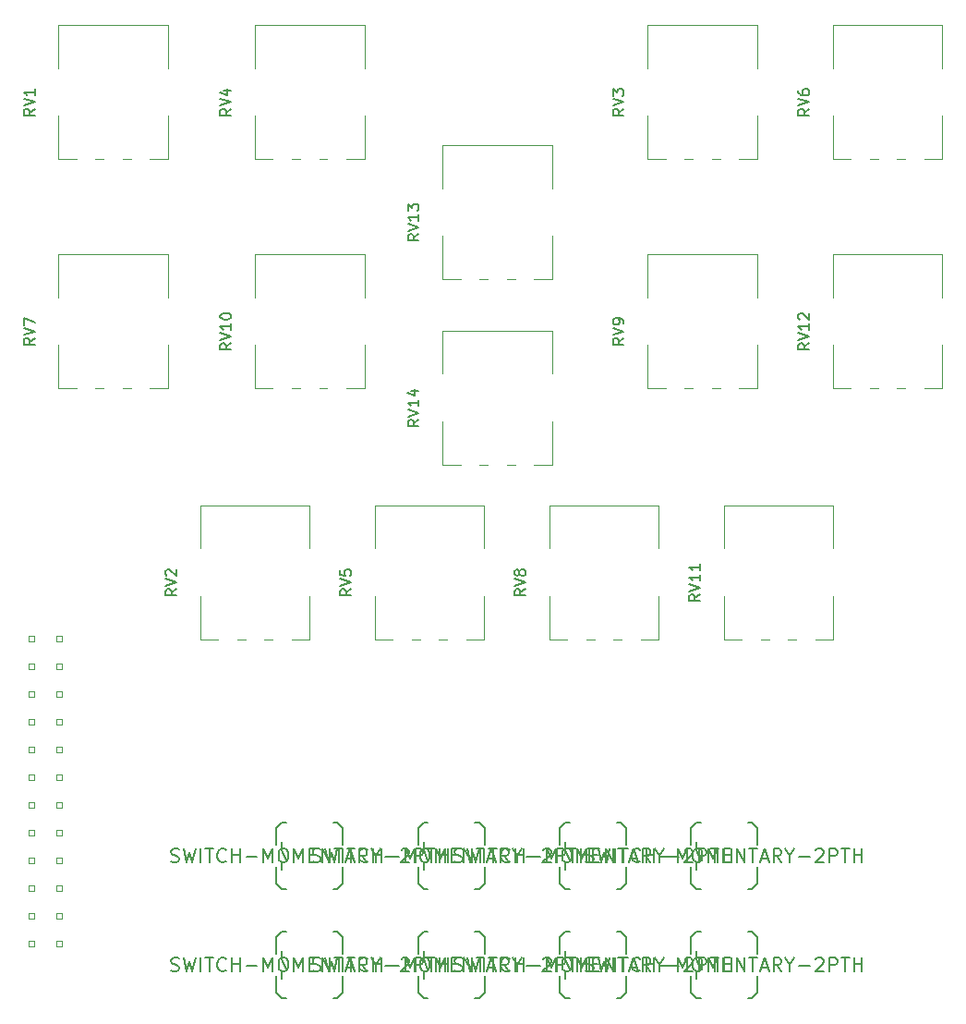
<source format=gbr>
G04 #@! TF.GenerationSoftware,KiCad,Pcbnew,5.0.2-bee76a0~70~ubuntu18.04.1*
G04 #@! TF.CreationDate,2019-12-02T21:24:14-05:00*
G04 #@! TF.ProjectId,control,636f6e74-726f-46c2-9e6b-696361645f70,rev?*
G04 #@! TF.SameCoordinates,Original*
G04 #@! TF.FileFunction,Legend,Top*
G04 #@! TF.FilePolarity,Positive*
%FSLAX46Y46*%
G04 Gerber Fmt 4.6, Leading zero omitted, Abs format (unit mm)*
G04 Created by KiCad (PCBNEW 5.0.2-bee76a0~70~ubuntu18.04.1) date Mon 02 Dec 2019 09:24:14 PM EST*
%MOMM*%
%LPD*%
G01*
G04 APERTURE LIST*
%ADD10C,0.066040*%
%ADD11C,0.120000*%
%ADD12C,0.203200*%
%ADD13C,0.150000*%
G04 APERTURE END LIST*
D10*
G04 #@! TO.C,J1*
X8054000Y-87254000D02*
X8054000Y-86746000D01*
X8054000Y-86746000D02*
X7546000Y-86746000D01*
X7546000Y-87254000D02*
X7546000Y-86746000D01*
X8054000Y-87254000D02*
X7546000Y-87254000D01*
X5514000Y-87254000D02*
X5514000Y-86746000D01*
X5514000Y-86746000D02*
X5006000Y-86746000D01*
X5006000Y-87254000D02*
X5006000Y-86746000D01*
X5514000Y-87254000D02*
X5006000Y-87254000D01*
X5514000Y-84714000D02*
X5514000Y-84206000D01*
X5514000Y-84206000D02*
X5006000Y-84206000D01*
X5006000Y-84714000D02*
X5006000Y-84206000D01*
X5514000Y-84714000D02*
X5006000Y-84714000D01*
X8054000Y-84714000D02*
X8054000Y-84206000D01*
X8054000Y-84206000D02*
X7546000Y-84206000D01*
X7546000Y-84714000D02*
X7546000Y-84206000D01*
X8054000Y-84714000D02*
X7546000Y-84714000D01*
X5514000Y-82174000D02*
X5514000Y-81666000D01*
X5514000Y-81666000D02*
X5006000Y-81666000D01*
X5006000Y-82174000D02*
X5006000Y-81666000D01*
X5514000Y-82174000D02*
X5006000Y-82174000D01*
X8054000Y-82174000D02*
X8054000Y-81666000D01*
X8054000Y-81666000D02*
X7546000Y-81666000D01*
X7546000Y-82174000D02*
X7546000Y-81666000D01*
X8054000Y-82174000D02*
X7546000Y-82174000D01*
X8054000Y-79634000D02*
X8054000Y-79126000D01*
X8054000Y-79126000D02*
X7546000Y-79126000D01*
X7546000Y-79634000D02*
X7546000Y-79126000D01*
X8054000Y-79634000D02*
X7546000Y-79634000D01*
X5514000Y-79634000D02*
X5514000Y-79126000D01*
X5514000Y-79126000D02*
X5006000Y-79126000D01*
X5006000Y-79634000D02*
X5006000Y-79126000D01*
X5514000Y-79634000D02*
X5006000Y-79634000D01*
X5514000Y-77094000D02*
X5514000Y-76586000D01*
X5514000Y-76586000D02*
X5006000Y-76586000D01*
X5006000Y-77094000D02*
X5006000Y-76586000D01*
X5514000Y-77094000D02*
X5006000Y-77094000D01*
X8054000Y-77094000D02*
X8054000Y-76586000D01*
X8054000Y-76586000D02*
X7546000Y-76586000D01*
X7546000Y-77094000D02*
X7546000Y-76586000D01*
X8054000Y-77094000D02*
X7546000Y-77094000D01*
X5514000Y-74554000D02*
X5514000Y-74046000D01*
X5514000Y-74046000D02*
X5006000Y-74046000D01*
X5006000Y-74554000D02*
X5006000Y-74046000D01*
X5514000Y-74554000D02*
X5006000Y-74554000D01*
X8054000Y-74554000D02*
X8054000Y-74046000D01*
X8054000Y-74046000D02*
X7546000Y-74046000D01*
X7546000Y-74554000D02*
X7546000Y-74046000D01*
X8054000Y-74554000D02*
X7546000Y-74554000D01*
X8054000Y-72014000D02*
X8054000Y-71506000D01*
X8054000Y-71506000D02*
X7546000Y-71506000D01*
X7546000Y-72014000D02*
X7546000Y-71506000D01*
X8054000Y-72014000D02*
X7546000Y-72014000D01*
X5514000Y-72014000D02*
X5514000Y-71506000D01*
X5514000Y-71506000D02*
X5006000Y-71506000D01*
X5006000Y-72014000D02*
X5006000Y-71506000D01*
X5514000Y-72014000D02*
X5006000Y-72014000D01*
X5514000Y-69474000D02*
X5514000Y-68966000D01*
X5514000Y-68966000D02*
X5006000Y-68966000D01*
X5006000Y-69474000D02*
X5006000Y-68966000D01*
X5514000Y-69474000D02*
X5006000Y-69474000D01*
X8054000Y-69474000D02*
X8054000Y-68966000D01*
X8054000Y-68966000D02*
X7546000Y-68966000D01*
X7546000Y-69474000D02*
X7546000Y-68966000D01*
X8054000Y-69474000D02*
X7546000Y-69474000D01*
X5514000Y-66934000D02*
X5514000Y-66426000D01*
X5514000Y-66426000D02*
X5006000Y-66426000D01*
X5006000Y-66934000D02*
X5006000Y-66426000D01*
X5514000Y-66934000D02*
X5006000Y-66934000D01*
X8054000Y-66934000D02*
X8054000Y-66426000D01*
X8054000Y-66426000D02*
X7546000Y-66426000D01*
X7546000Y-66934000D02*
X7546000Y-66426000D01*
X8054000Y-66934000D02*
X7546000Y-66934000D01*
X8054000Y-64394000D02*
X8054000Y-63886000D01*
X8054000Y-63886000D02*
X7546000Y-63886000D01*
X7546000Y-64394000D02*
X7546000Y-63886000D01*
X8054000Y-64394000D02*
X7546000Y-64394000D01*
X5514000Y-64394000D02*
X5514000Y-63886000D01*
X5514000Y-63886000D02*
X5006000Y-63886000D01*
X5006000Y-64394000D02*
X5006000Y-63886000D01*
X5514000Y-64394000D02*
X5006000Y-64394000D01*
X5514000Y-61854000D02*
X5514000Y-61346000D01*
X5514000Y-61346000D02*
X5006000Y-61346000D01*
X5006000Y-61854000D02*
X5006000Y-61346000D01*
X5514000Y-61854000D02*
X5006000Y-61854000D01*
X8054000Y-61854000D02*
X8054000Y-61346000D01*
X8054000Y-61346000D02*
X7546000Y-61346000D01*
X7546000Y-61854000D02*
X7546000Y-61346000D01*
X8054000Y-61854000D02*
X7546000Y-61854000D01*
X5514000Y-59314000D02*
X5514000Y-58806000D01*
X5514000Y-58806000D02*
X5006000Y-58806000D01*
X5006000Y-59314000D02*
X5006000Y-58806000D01*
X5514000Y-59314000D02*
X5006000Y-59314000D01*
X8054000Y-59314000D02*
X8054000Y-58806000D01*
X8054000Y-58806000D02*
X7546000Y-58806000D01*
X7546000Y-59314000D02*
X7546000Y-58806000D01*
X8054000Y-59314000D02*
X7546000Y-59314000D01*
D11*
G04 #@! TO.C,RV1*
X7779000Y-15120000D02*
X7779000Y-11183000D01*
X7779000Y-6816000D02*
X7779000Y-2880000D01*
X17820000Y-15120000D02*
X17820000Y-11183000D01*
X17820000Y-6816000D02*
X17820000Y-2880000D01*
X7779000Y-15120000D02*
X9429000Y-15120000D01*
X11171000Y-15120000D02*
X11930000Y-15120000D01*
X13671000Y-15120000D02*
X14430000Y-15120000D01*
X16170000Y-15120000D02*
X17820000Y-15120000D01*
X7779000Y-2880000D02*
X17820000Y-2880000D01*
G04 #@! TO.C,RV2*
X20779000Y-59120000D02*
X20779000Y-55183000D01*
X20779000Y-50816000D02*
X20779000Y-46880000D01*
X30820000Y-59120000D02*
X30820000Y-55183000D01*
X30820000Y-50816000D02*
X30820000Y-46880000D01*
X20779000Y-59120000D02*
X22429000Y-59120000D01*
X24171000Y-59120000D02*
X24930000Y-59120000D01*
X26671000Y-59120000D02*
X27430000Y-59120000D01*
X29170000Y-59120000D02*
X30820000Y-59120000D01*
X20779000Y-46880000D02*
X30820000Y-46880000D01*
G04 #@! TO.C,RV3*
X61779000Y-15120000D02*
X61779000Y-11183000D01*
X61779000Y-6816000D02*
X61779000Y-2880000D01*
X71820000Y-15120000D02*
X71820000Y-11183000D01*
X71820000Y-6816000D02*
X71820000Y-2880000D01*
X61779000Y-15120000D02*
X63429000Y-15120000D01*
X65171000Y-15120000D02*
X65930000Y-15120000D01*
X67671000Y-15120000D02*
X68430000Y-15120000D01*
X70170000Y-15120000D02*
X71820000Y-15120000D01*
X61779000Y-2880000D02*
X71820000Y-2880000D01*
G04 #@! TO.C,RV4*
X25779000Y-2880000D02*
X35820000Y-2880000D01*
X34170000Y-15120000D02*
X35820000Y-15120000D01*
X31671000Y-15120000D02*
X32430000Y-15120000D01*
X29171000Y-15120000D02*
X29930000Y-15120000D01*
X25779000Y-15120000D02*
X27429000Y-15120000D01*
X35820000Y-6816000D02*
X35820000Y-2880000D01*
X35820000Y-15120000D02*
X35820000Y-11183000D01*
X25779000Y-6816000D02*
X25779000Y-2880000D01*
X25779000Y-15120000D02*
X25779000Y-11183000D01*
G04 #@! TO.C,RV5*
X36779000Y-59120000D02*
X36779000Y-55183000D01*
X36779000Y-50816000D02*
X36779000Y-46880000D01*
X46820000Y-59120000D02*
X46820000Y-55183000D01*
X46820000Y-50816000D02*
X46820000Y-46880000D01*
X36779000Y-59120000D02*
X38429000Y-59120000D01*
X40171000Y-59120000D02*
X40930000Y-59120000D01*
X42671000Y-59120000D02*
X43430000Y-59120000D01*
X45170000Y-59120000D02*
X46820000Y-59120000D01*
X36779000Y-46880000D02*
X46820000Y-46880000D01*
G04 #@! TO.C,RV6*
X78779000Y-15120000D02*
X78779000Y-11183000D01*
X78779000Y-6816000D02*
X78779000Y-2880000D01*
X88820000Y-15120000D02*
X88820000Y-11183000D01*
X88820000Y-6816000D02*
X88820000Y-2880000D01*
X78779000Y-15120000D02*
X80429000Y-15120000D01*
X82171000Y-15120000D02*
X82930000Y-15120000D01*
X84671000Y-15120000D02*
X85430000Y-15120000D01*
X87170000Y-15120000D02*
X88820000Y-15120000D01*
X78779000Y-2880000D02*
X88820000Y-2880000D01*
G04 #@! TO.C,RV7*
X7779000Y-23880000D02*
X17820000Y-23880000D01*
X16170000Y-36120000D02*
X17820000Y-36120000D01*
X13671000Y-36120000D02*
X14430000Y-36120000D01*
X11171000Y-36120000D02*
X11930000Y-36120000D01*
X7779000Y-36120000D02*
X9429000Y-36120000D01*
X17820000Y-27816000D02*
X17820000Y-23880000D01*
X17820000Y-36120000D02*
X17820000Y-32183000D01*
X7779000Y-27816000D02*
X7779000Y-23880000D01*
X7779000Y-36120000D02*
X7779000Y-32183000D01*
G04 #@! TO.C,RV8*
X52779000Y-46880000D02*
X62820000Y-46880000D01*
X61170000Y-59120000D02*
X62820000Y-59120000D01*
X58671000Y-59120000D02*
X59430000Y-59120000D01*
X56171000Y-59120000D02*
X56930000Y-59120000D01*
X52779000Y-59120000D02*
X54429000Y-59120000D01*
X62820000Y-50816000D02*
X62820000Y-46880000D01*
X62820000Y-59120000D02*
X62820000Y-55183000D01*
X52779000Y-50816000D02*
X52779000Y-46880000D01*
X52779000Y-59120000D02*
X52779000Y-55183000D01*
G04 #@! TO.C,RV9*
X61779000Y-36120000D02*
X61779000Y-32183000D01*
X61779000Y-27816000D02*
X61779000Y-23880000D01*
X71820000Y-36120000D02*
X71820000Y-32183000D01*
X71820000Y-27816000D02*
X71820000Y-23880000D01*
X61779000Y-36120000D02*
X63429000Y-36120000D01*
X65171000Y-36120000D02*
X65930000Y-36120000D01*
X67671000Y-36120000D02*
X68430000Y-36120000D01*
X70170000Y-36120000D02*
X71820000Y-36120000D01*
X61779000Y-23880000D02*
X71820000Y-23880000D01*
G04 #@! TO.C,RV10*
X25779000Y-23880000D02*
X35820000Y-23880000D01*
X34170000Y-36120000D02*
X35820000Y-36120000D01*
X31671000Y-36120000D02*
X32430000Y-36120000D01*
X29171000Y-36120000D02*
X29930000Y-36120000D01*
X25779000Y-36120000D02*
X27429000Y-36120000D01*
X35820000Y-27816000D02*
X35820000Y-23880000D01*
X35820000Y-36120000D02*
X35820000Y-32183000D01*
X25779000Y-27816000D02*
X25779000Y-23880000D01*
X25779000Y-36120000D02*
X25779000Y-32183000D01*
G04 #@! TO.C,RV11*
X68779000Y-46880000D02*
X78820000Y-46880000D01*
X77170000Y-59120000D02*
X78820000Y-59120000D01*
X74671000Y-59120000D02*
X75430000Y-59120000D01*
X72171000Y-59120000D02*
X72930000Y-59120000D01*
X68779000Y-59120000D02*
X70429000Y-59120000D01*
X78820000Y-50816000D02*
X78820000Y-46880000D01*
X78820000Y-59120000D02*
X78820000Y-55183000D01*
X68779000Y-50816000D02*
X68779000Y-46880000D01*
X68779000Y-59120000D02*
X68779000Y-55183000D01*
G04 #@! TO.C,RV12*
X78779000Y-23880000D02*
X88820000Y-23880000D01*
X87170000Y-36120000D02*
X88820000Y-36120000D01*
X84671000Y-36120000D02*
X85430000Y-36120000D01*
X82171000Y-36120000D02*
X82930000Y-36120000D01*
X78779000Y-36120000D02*
X80429000Y-36120000D01*
X88820000Y-27816000D02*
X88820000Y-23880000D01*
X88820000Y-36120000D02*
X88820000Y-32183000D01*
X78779000Y-27816000D02*
X78779000Y-23880000D01*
X78779000Y-36120000D02*
X78779000Y-32183000D01*
D12*
G04 #@! TO.C,S1*
X28260000Y-78492000D02*
X28641000Y-79381000D01*
X28260000Y-79508000D02*
X28260000Y-80270000D01*
X28260000Y-77730000D02*
X28260000Y-78492000D01*
X33340000Y-75952000D02*
X32959000Y-75952000D01*
X28260000Y-75952000D02*
X28641000Y-75952000D01*
X28260000Y-82048000D02*
X28641000Y-82048000D01*
X33340000Y-82048000D02*
X32959000Y-82048000D01*
X27752000Y-81540000D02*
X27752000Y-80016000D01*
X28260000Y-82048000D02*
X27752000Y-81540000D01*
X27752000Y-76460000D02*
X27752000Y-77984000D01*
X28260000Y-75952000D02*
X27752000Y-76460000D01*
X33848000Y-81540000D02*
X33848000Y-80016000D01*
X33340000Y-82048000D02*
X33848000Y-81540000D01*
X33848000Y-76460000D02*
X33340000Y-75952000D01*
X33848000Y-77984000D02*
X33848000Y-76460000D01*
G04 #@! TO.C,S2*
X33848000Y-87984000D02*
X33848000Y-86460000D01*
X33848000Y-86460000D02*
X33340000Y-85952000D01*
X33340000Y-92048000D02*
X33848000Y-91540000D01*
X33848000Y-91540000D02*
X33848000Y-90016000D01*
X28260000Y-85952000D02*
X27752000Y-86460000D01*
X27752000Y-86460000D02*
X27752000Y-87984000D01*
X28260000Y-92048000D02*
X27752000Y-91540000D01*
X27752000Y-91540000D02*
X27752000Y-90016000D01*
X33340000Y-92048000D02*
X32959000Y-92048000D01*
X28260000Y-92048000D02*
X28641000Y-92048000D01*
X28260000Y-85952000D02*
X28641000Y-85952000D01*
X33340000Y-85952000D02*
X32959000Y-85952000D01*
X28260000Y-87730000D02*
X28260000Y-88492000D01*
X28260000Y-89508000D02*
X28260000Y-90270000D01*
X28260000Y-88492000D02*
X28641000Y-89381000D01*
G04 #@! TO.C,S3*
X46848000Y-77984000D02*
X46848000Y-76460000D01*
X46848000Y-76460000D02*
X46340000Y-75952000D01*
X46340000Y-82048000D02*
X46848000Y-81540000D01*
X46848000Y-81540000D02*
X46848000Y-80016000D01*
X41260000Y-75952000D02*
X40752000Y-76460000D01*
X40752000Y-76460000D02*
X40752000Y-77984000D01*
X41260000Y-82048000D02*
X40752000Y-81540000D01*
X40752000Y-81540000D02*
X40752000Y-80016000D01*
X46340000Y-82048000D02*
X45959000Y-82048000D01*
X41260000Y-82048000D02*
X41641000Y-82048000D01*
X41260000Y-75952000D02*
X41641000Y-75952000D01*
X46340000Y-75952000D02*
X45959000Y-75952000D01*
X41260000Y-77730000D02*
X41260000Y-78492000D01*
X41260000Y-79508000D02*
X41260000Y-80270000D01*
X41260000Y-78492000D02*
X41641000Y-79381000D01*
G04 #@! TO.C,S4*
X41260000Y-88492000D02*
X41641000Y-89381000D01*
X41260000Y-89508000D02*
X41260000Y-90270000D01*
X41260000Y-87730000D02*
X41260000Y-88492000D01*
X46340000Y-85952000D02*
X45959000Y-85952000D01*
X41260000Y-85952000D02*
X41641000Y-85952000D01*
X41260000Y-92048000D02*
X41641000Y-92048000D01*
X46340000Y-92048000D02*
X45959000Y-92048000D01*
X40752000Y-91540000D02*
X40752000Y-90016000D01*
X41260000Y-92048000D02*
X40752000Y-91540000D01*
X40752000Y-86460000D02*
X40752000Y-87984000D01*
X41260000Y-85952000D02*
X40752000Y-86460000D01*
X46848000Y-91540000D02*
X46848000Y-90016000D01*
X46340000Y-92048000D02*
X46848000Y-91540000D01*
X46848000Y-86460000D02*
X46340000Y-85952000D01*
X46848000Y-87984000D02*
X46848000Y-86460000D01*
G04 #@! TO.C,S5*
X54260000Y-78492000D02*
X54641000Y-79381000D01*
X54260000Y-79508000D02*
X54260000Y-80270000D01*
X54260000Y-77730000D02*
X54260000Y-78492000D01*
X59340000Y-75952000D02*
X58959000Y-75952000D01*
X54260000Y-75952000D02*
X54641000Y-75952000D01*
X54260000Y-82048000D02*
X54641000Y-82048000D01*
X59340000Y-82048000D02*
X58959000Y-82048000D01*
X53752000Y-81540000D02*
X53752000Y-80016000D01*
X54260000Y-82048000D02*
X53752000Y-81540000D01*
X53752000Y-76460000D02*
X53752000Y-77984000D01*
X54260000Y-75952000D02*
X53752000Y-76460000D01*
X59848000Y-81540000D02*
X59848000Y-80016000D01*
X59340000Y-82048000D02*
X59848000Y-81540000D01*
X59848000Y-76460000D02*
X59340000Y-75952000D01*
X59848000Y-77984000D02*
X59848000Y-76460000D01*
G04 #@! TO.C,S6*
X59848000Y-87984000D02*
X59848000Y-86460000D01*
X59848000Y-86460000D02*
X59340000Y-85952000D01*
X59340000Y-92048000D02*
X59848000Y-91540000D01*
X59848000Y-91540000D02*
X59848000Y-90016000D01*
X54260000Y-85952000D02*
X53752000Y-86460000D01*
X53752000Y-86460000D02*
X53752000Y-87984000D01*
X54260000Y-92048000D02*
X53752000Y-91540000D01*
X53752000Y-91540000D02*
X53752000Y-90016000D01*
X59340000Y-92048000D02*
X58959000Y-92048000D01*
X54260000Y-92048000D02*
X54641000Y-92048000D01*
X54260000Y-85952000D02*
X54641000Y-85952000D01*
X59340000Y-85952000D02*
X58959000Y-85952000D01*
X54260000Y-87730000D02*
X54260000Y-88492000D01*
X54260000Y-89508000D02*
X54260000Y-90270000D01*
X54260000Y-88492000D02*
X54641000Y-89381000D01*
G04 #@! TO.C,S7*
X71848000Y-77984000D02*
X71848000Y-76460000D01*
X71848000Y-76460000D02*
X71340000Y-75952000D01*
X71340000Y-82048000D02*
X71848000Y-81540000D01*
X71848000Y-81540000D02*
X71848000Y-80016000D01*
X66260000Y-75952000D02*
X65752000Y-76460000D01*
X65752000Y-76460000D02*
X65752000Y-77984000D01*
X66260000Y-82048000D02*
X65752000Y-81540000D01*
X65752000Y-81540000D02*
X65752000Y-80016000D01*
X71340000Y-82048000D02*
X70959000Y-82048000D01*
X66260000Y-82048000D02*
X66641000Y-82048000D01*
X66260000Y-75952000D02*
X66641000Y-75952000D01*
X71340000Y-75952000D02*
X70959000Y-75952000D01*
X66260000Y-77730000D02*
X66260000Y-78492000D01*
X66260000Y-79508000D02*
X66260000Y-80270000D01*
X66260000Y-78492000D02*
X66641000Y-79381000D01*
G04 #@! TO.C,S8*
X66260000Y-88492000D02*
X66641000Y-89381000D01*
X66260000Y-89508000D02*
X66260000Y-90270000D01*
X66260000Y-87730000D02*
X66260000Y-88492000D01*
X71340000Y-85952000D02*
X70959000Y-85952000D01*
X66260000Y-85952000D02*
X66641000Y-85952000D01*
X66260000Y-92048000D02*
X66641000Y-92048000D01*
X71340000Y-92048000D02*
X70959000Y-92048000D01*
X65752000Y-91540000D02*
X65752000Y-90016000D01*
X66260000Y-92048000D02*
X65752000Y-91540000D01*
X65752000Y-86460000D02*
X65752000Y-87984000D01*
X66260000Y-85952000D02*
X65752000Y-86460000D01*
X71848000Y-91540000D02*
X71848000Y-90016000D01*
X71340000Y-92048000D02*
X71848000Y-91540000D01*
X71848000Y-86460000D02*
X71340000Y-85952000D01*
X71848000Y-87984000D02*
X71848000Y-86460000D01*
D11*
G04 #@! TO.C,RV13*
X42979000Y-26120000D02*
X42979000Y-22183000D01*
X42979000Y-17816000D02*
X42979000Y-13880000D01*
X53020000Y-26120000D02*
X53020000Y-22183000D01*
X53020000Y-17816000D02*
X53020000Y-13880000D01*
X42979000Y-26120000D02*
X44629000Y-26120000D01*
X46371000Y-26120000D02*
X47130000Y-26120000D01*
X48871000Y-26120000D02*
X49630000Y-26120000D01*
X51370000Y-26120000D02*
X53020000Y-26120000D01*
X42979000Y-13880000D02*
X53020000Y-13880000D01*
G04 #@! TO.C,RV14*
X42979000Y-30880000D02*
X53020000Y-30880000D01*
X51370000Y-43120000D02*
X53020000Y-43120000D01*
X48871000Y-43120000D02*
X49630000Y-43120000D01*
X46371000Y-43120000D02*
X47130000Y-43120000D01*
X42979000Y-43120000D02*
X44629000Y-43120000D01*
X53020000Y-34816000D02*
X53020000Y-30880000D01*
X53020000Y-43120000D02*
X53020000Y-39183000D01*
X42979000Y-34816000D02*
X42979000Y-30880000D01*
X42979000Y-43120000D02*
X42979000Y-39183000D01*
G04 #@! TO.C,RV1*
D13*
X5602380Y-10545238D02*
X5126190Y-10878571D01*
X5602380Y-11116666D02*
X4602380Y-11116666D01*
X4602380Y-10735714D01*
X4650000Y-10640476D01*
X4697619Y-10592857D01*
X4792857Y-10545238D01*
X4935714Y-10545238D01*
X5030952Y-10592857D01*
X5078571Y-10640476D01*
X5126190Y-10735714D01*
X5126190Y-11116666D01*
X4602380Y-10259523D02*
X5602380Y-9926190D01*
X4602380Y-9592857D01*
X5602380Y-8735714D02*
X5602380Y-9307142D01*
X5602380Y-9021428D02*
X4602380Y-9021428D01*
X4745238Y-9116666D01*
X4840476Y-9211904D01*
X4888095Y-9307142D01*
G04 #@! TO.C,RV2*
X18602380Y-54545238D02*
X18126190Y-54878571D01*
X18602380Y-55116666D02*
X17602380Y-55116666D01*
X17602380Y-54735714D01*
X17650000Y-54640476D01*
X17697619Y-54592857D01*
X17792857Y-54545238D01*
X17935714Y-54545238D01*
X18030952Y-54592857D01*
X18078571Y-54640476D01*
X18126190Y-54735714D01*
X18126190Y-55116666D01*
X17602380Y-54259523D02*
X18602380Y-53926190D01*
X17602380Y-53592857D01*
X17697619Y-53307142D02*
X17650000Y-53259523D01*
X17602380Y-53164285D01*
X17602380Y-52926190D01*
X17650000Y-52830952D01*
X17697619Y-52783333D01*
X17792857Y-52735714D01*
X17888095Y-52735714D01*
X18030952Y-52783333D01*
X18602380Y-53354761D01*
X18602380Y-52735714D01*
G04 #@! TO.C,RV3*
X59602380Y-10545238D02*
X59126190Y-10878571D01*
X59602380Y-11116666D02*
X58602380Y-11116666D01*
X58602380Y-10735714D01*
X58650000Y-10640476D01*
X58697619Y-10592857D01*
X58792857Y-10545238D01*
X58935714Y-10545238D01*
X59030952Y-10592857D01*
X59078571Y-10640476D01*
X59126190Y-10735714D01*
X59126190Y-11116666D01*
X58602380Y-10259523D02*
X59602380Y-9926190D01*
X58602380Y-9592857D01*
X58602380Y-9354761D02*
X58602380Y-8735714D01*
X58983333Y-9069047D01*
X58983333Y-8926190D01*
X59030952Y-8830952D01*
X59078571Y-8783333D01*
X59173809Y-8735714D01*
X59411904Y-8735714D01*
X59507142Y-8783333D01*
X59554761Y-8830952D01*
X59602380Y-8926190D01*
X59602380Y-9211904D01*
X59554761Y-9307142D01*
X59507142Y-9354761D01*
G04 #@! TO.C,RV4*
X23602380Y-10545238D02*
X23126190Y-10878571D01*
X23602380Y-11116666D02*
X22602380Y-11116666D01*
X22602380Y-10735714D01*
X22650000Y-10640476D01*
X22697619Y-10592857D01*
X22792857Y-10545238D01*
X22935714Y-10545238D01*
X23030952Y-10592857D01*
X23078571Y-10640476D01*
X23126190Y-10735714D01*
X23126190Y-11116666D01*
X22602380Y-10259523D02*
X23602380Y-9926190D01*
X22602380Y-9592857D01*
X22935714Y-8830952D02*
X23602380Y-8830952D01*
X22554761Y-9069047D02*
X23269047Y-9307142D01*
X23269047Y-8688095D01*
G04 #@! TO.C,RV5*
X34602380Y-54545238D02*
X34126190Y-54878571D01*
X34602380Y-55116666D02*
X33602380Y-55116666D01*
X33602380Y-54735714D01*
X33650000Y-54640476D01*
X33697619Y-54592857D01*
X33792857Y-54545238D01*
X33935714Y-54545238D01*
X34030952Y-54592857D01*
X34078571Y-54640476D01*
X34126190Y-54735714D01*
X34126190Y-55116666D01*
X33602380Y-54259523D02*
X34602380Y-53926190D01*
X33602380Y-53592857D01*
X33602380Y-52783333D02*
X33602380Y-53259523D01*
X34078571Y-53307142D01*
X34030952Y-53259523D01*
X33983333Y-53164285D01*
X33983333Y-52926190D01*
X34030952Y-52830952D01*
X34078571Y-52783333D01*
X34173809Y-52735714D01*
X34411904Y-52735714D01*
X34507142Y-52783333D01*
X34554761Y-52830952D01*
X34602380Y-52926190D01*
X34602380Y-53164285D01*
X34554761Y-53259523D01*
X34507142Y-53307142D01*
G04 #@! TO.C,RV6*
X76602380Y-10545238D02*
X76126190Y-10878571D01*
X76602380Y-11116666D02*
X75602380Y-11116666D01*
X75602380Y-10735714D01*
X75650000Y-10640476D01*
X75697619Y-10592857D01*
X75792857Y-10545238D01*
X75935714Y-10545238D01*
X76030952Y-10592857D01*
X76078571Y-10640476D01*
X76126190Y-10735714D01*
X76126190Y-11116666D01*
X75602380Y-10259523D02*
X76602380Y-9926190D01*
X75602380Y-9592857D01*
X75602380Y-8830952D02*
X75602380Y-9021428D01*
X75650000Y-9116666D01*
X75697619Y-9164285D01*
X75840476Y-9259523D01*
X76030952Y-9307142D01*
X76411904Y-9307142D01*
X76507142Y-9259523D01*
X76554761Y-9211904D01*
X76602380Y-9116666D01*
X76602380Y-8926190D01*
X76554761Y-8830952D01*
X76507142Y-8783333D01*
X76411904Y-8735714D01*
X76173809Y-8735714D01*
X76078571Y-8783333D01*
X76030952Y-8830952D01*
X75983333Y-8926190D01*
X75983333Y-9116666D01*
X76030952Y-9211904D01*
X76078571Y-9259523D01*
X76173809Y-9307142D01*
G04 #@! TO.C,RV7*
X5602380Y-31545238D02*
X5126190Y-31878571D01*
X5602380Y-32116666D02*
X4602380Y-32116666D01*
X4602380Y-31735714D01*
X4650000Y-31640476D01*
X4697619Y-31592857D01*
X4792857Y-31545238D01*
X4935714Y-31545238D01*
X5030952Y-31592857D01*
X5078571Y-31640476D01*
X5126190Y-31735714D01*
X5126190Y-32116666D01*
X4602380Y-31259523D02*
X5602380Y-30926190D01*
X4602380Y-30592857D01*
X4602380Y-30354761D02*
X4602380Y-29688095D01*
X5602380Y-30116666D01*
G04 #@! TO.C,RV8*
X50602380Y-54545238D02*
X50126190Y-54878571D01*
X50602380Y-55116666D02*
X49602380Y-55116666D01*
X49602380Y-54735714D01*
X49650000Y-54640476D01*
X49697619Y-54592857D01*
X49792857Y-54545238D01*
X49935714Y-54545238D01*
X50030952Y-54592857D01*
X50078571Y-54640476D01*
X50126190Y-54735714D01*
X50126190Y-55116666D01*
X49602380Y-54259523D02*
X50602380Y-53926190D01*
X49602380Y-53592857D01*
X50030952Y-53116666D02*
X49983333Y-53211904D01*
X49935714Y-53259523D01*
X49840476Y-53307142D01*
X49792857Y-53307142D01*
X49697619Y-53259523D01*
X49650000Y-53211904D01*
X49602380Y-53116666D01*
X49602380Y-52926190D01*
X49650000Y-52830952D01*
X49697619Y-52783333D01*
X49792857Y-52735714D01*
X49840476Y-52735714D01*
X49935714Y-52783333D01*
X49983333Y-52830952D01*
X50030952Y-52926190D01*
X50030952Y-53116666D01*
X50078571Y-53211904D01*
X50126190Y-53259523D01*
X50221428Y-53307142D01*
X50411904Y-53307142D01*
X50507142Y-53259523D01*
X50554761Y-53211904D01*
X50602380Y-53116666D01*
X50602380Y-52926190D01*
X50554761Y-52830952D01*
X50507142Y-52783333D01*
X50411904Y-52735714D01*
X50221428Y-52735714D01*
X50126190Y-52783333D01*
X50078571Y-52830952D01*
X50030952Y-52926190D01*
G04 #@! TO.C,RV9*
X59602380Y-31545238D02*
X59126190Y-31878571D01*
X59602380Y-32116666D02*
X58602380Y-32116666D01*
X58602380Y-31735714D01*
X58650000Y-31640476D01*
X58697619Y-31592857D01*
X58792857Y-31545238D01*
X58935714Y-31545238D01*
X59030952Y-31592857D01*
X59078571Y-31640476D01*
X59126190Y-31735714D01*
X59126190Y-32116666D01*
X58602380Y-31259523D02*
X59602380Y-30926190D01*
X58602380Y-30592857D01*
X59602380Y-30211904D02*
X59602380Y-30021428D01*
X59554761Y-29926190D01*
X59507142Y-29878571D01*
X59364285Y-29783333D01*
X59173809Y-29735714D01*
X58792857Y-29735714D01*
X58697619Y-29783333D01*
X58650000Y-29830952D01*
X58602380Y-29926190D01*
X58602380Y-30116666D01*
X58650000Y-30211904D01*
X58697619Y-30259523D01*
X58792857Y-30307142D01*
X59030952Y-30307142D01*
X59126190Y-30259523D01*
X59173809Y-30211904D01*
X59221428Y-30116666D01*
X59221428Y-29926190D01*
X59173809Y-29830952D01*
X59126190Y-29783333D01*
X59030952Y-29735714D01*
G04 #@! TO.C,RV10*
X23602380Y-32021428D02*
X23126190Y-32354761D01*
X23602380Y-32592857D02*
X22602380Y-32592857D01*
X22602380Y-32211904D01*
X22650000Y-32116666D01*
X22697619Y-32069047D01*
X22792857Y-32021428D01*
X22935714Y-32021428D01*
X23030952Y-32069047D01*
X23078571Y-32116666D01*
X23126190Y-32211904D01*
X23126190Y-32592857D01*
X22602380Y-31735714D02*
X23602380Y-31402380D01*
X22602380Y-31069047D01*
X23602380Y-30211904D02*
X23602380Y-30783333D01*
X23602380Y-30497619D02*
X22602380Y-30497619D01*
X22745238Y-30592857D01*
X22840476Y-30688095D01*
X22888095Y-30783333D01*
X22602380Y-29592857D02*
X22602380Y-29497619D01*
X22650000Y-29402380D01*
X22697619Y-29354761D01*
X22792857Y-29307142D01*
X22983333Y-29259523D01*
X23221428Y-29259523D01*
X23411904Y-29307142D01*
X23507142Y-29354761D01*
X23554761Y-29402380D01*
X23602380Y-29497619D01*
X23602380Y-29592857D01*
X23554761Y-29688095D01*
X23507142Y-29735714D01*
X23411904Y-29783333D01*
X23221428Y-29830952D01*
X22983333Y-29830952D01*
X22792857Y-29783333D01*
X22697619Y-29735714D01*
X22650000Y-29688095D01*
X22602380Y-29592857D01*
G04 #@! TO.C,RV11*
X66602380Y-55021428D02*
X66126190Y-55354761D01*
X66602380Y-55592857D02*
X65602380Y-55592857D01*
X65602380Y-55211904D01*
X65650000Y-55116666D01*
X65697619Y-55069047D01*
X65792857Y-55021428D01*
X65935714Y-55021428D01*
X66030952Y-55069047D01*
X66078571Y-55116666D01*
X66126190Y-55211904D01*
X66126190Y-55592857D01*
X65602380Y-54735714D02*
X66602380Y-54402380D01*
X65602380Y-54069047D01*
X66602380Y-53211904D02*
X66602380Y-53783333D01*
X66602380Y-53497619D02*
X65602380Y-53497619D01*
X65745238Y-53592857D01*
X65840476Y-53688095D01*
X65888095Y-53783333D01*
X66602380Y-52259523D02*
X66602380Y-52830952D01*
X66602380Y-52545238D02*
X65602380Y-52545238D01*
X65745238Y-52640476D01*
X65840476Y-52735714D01*
X65888095Y-52830952D01*
G04 #@! TO.C,RV12*
X76602380Y-32021428D02*
X76126190Y-32354761D01*
X76602380Y-32592857D02*
X75602380Y-32592857D01*
X75602380Y-32211904D01*
X75650000Y-32116666D01*
X75697619Y-32069047D01*
X75792857Y-32021428D01*
X75935714Y-32021428D01*
X76030952Y-32069047D01*
X76078571Y-32116666D01*
X76126190Y-32211904D01*
X76126190Y-32592857D01*
X75602380Y-31735714D02*
X76602380Y-31402380D01*
X75602380Y-31069047D01*
X76602380Y-30211904D02*
X76602380Y-30783333D01*
X76602380Y-30497619D02*
X75602380Y-30497619D01*
X75745238Y-30592857D01*
X75840476Y-30688095D01*
X75888095Y-30783333D01*
X75697619Y-29830952D02*
X75650000Y-29783333D01*
X75602380Y-29688095D01*
X75602380Y-29450000D01*
X75650000Y-29354761D01*
X75697619Y-29307142D01*
X75792857Y-29259523D01*
X75888095Y-29259523D01*
X76030952Y-29307142D01*
X76602380Y-29878571D01*
X76602380Y-29259523D01*
G04 #@! TO.C,S1*
X18100000Y-79514047D02*
X18281428Y-79574523D01*
X18583809Y-79574523D01*
X18704761Y-79514047D01*
X18765238Y-79453571D01*
X18825714Y-79332619D01*
X18825714Y-79211666D01*
X18765238Y-79090714D01*
X18704761Y-79030238D01*
X18583809Y-78969761D01*
X18341904Y-78909285D01*
X18220952Y-78848809D01*
X18160476Y-78788333D01*
X18100000Y-78667380D01*
X18100000Y-78546428D01*
X18160476Y-78425476D01*
X18220952Y-78365000D01*
X18341904Y-78304523D01*
X18644285Y-78304523D01*
X18825714Y-78365000D01*
X19249047Y-78304523D02*
X19551428Y-79574523D01*
X19793333Y-78667380D01*
X20035238Y-79574523D01*
X20337619Y-78304523D01*
X20821428Y-79574523D02*
X20821428Y-78304523D01*
X21244761Y-78304523D02*
X21970476Y-78304523D01*
X21607619Y-79574523D02*
X21607619Y-78304523D01*
X23119523Y-79453571D02*
X23059047Y-79514047D01*
X22877619Y-79574523D01*
X22756666Y-79574523D01*
X22575238Y-79514047D01*
X22454285Y-79393095D01*
X22393809Y-79272142D01*
X22333333Y-79030238D01*
X22333333Y-78848809D01*
X22393809Y-78606904D01*
X22454285Y-78485952D01*
X22575238Y-78365000D01*
X22756666Y-78304523D01*
X22877619Y-78304523D01*
X23059047Y-78365000D01*
X23119523Y-78425476D01*
X23663809Y-79574523D02*
X23663809Y-78304523D01*
X23663809Y-78909285D02*
X24389523Y-78909285D01*
X24389523Y-79574523D02*
X24389523Y-78304523D01*
X24994285Y-79090714D02*
X25961904Y-79090714D01*
X26566666Y-79574523D02*
X26566666Y-78304523D01*
X26990000Y-79211666D01*
X27413333Y-78304523D01*
X27413333Y-79574523D01*
X28260000Y-78304523D02*
X28501904Y-78304523D01*
X28622857Y-78365000D01*
X28743809Y-78485952D01*
X28804285Y-78727857D01*
X28804285Y-79151190D01*
X28743809Y-79393095D01*
X28622857Y-79514047D01*
X28501904Y-79574523D01*
X28260000Y-79574523D01*
X28139047Y-79514047D01*
X28018095Y-79393095D01*
X27957619Y-79151190D01*
X27957619Y-78727857D01*
X28018095Y-78485952D01*
X28139047Y-78365000D01*
X28260000Y-78304523D01*
X29348571Y-79574523D02*
X29348571Y-78304523D01*
X29771904Y-79211666D01*
X30195238Y-78304523D01*
X30195238Y-79574523D01*
X30800000Y-78909285D02*
X31223333Y-78909285D01*
X31404761Y-79574523D02*
X30800000Y-79574523D01*
X30800000Y-78304523D01*
X31404761Y-78304523D01*
X31949047Y-79574523D02*
X31949047Y-78304523D01*
X32674761Y-79574523D01*
X32674761Y-78304523D01*
X33098095Y-78304523D02*
X33823809Y-78304523D01*
X33460952Y-79574523D02*
X33460952Y-78304523D01*
X34186666Y-79211666D02*
X34791428Y-79211666D01*
X34065714Y-79574523D02*
X34489047Y-78304523D01*
X34912380Y-79574523D01*
X36061428Y-79574523D02*
X35638095Y-78969761D01*
X35335714Y-79574523D02*
X35335714Y-78304523D01*
X35819523Y-78304523D01*
X35940476Y-78365000D01*
X36000952Y-78425476D01*
X36061428Y-78546428D01*
X36061428Y-78727857D01*
X36000952Y-78848809D01*
X35940476Y-78909285D01*
X35819523Y-78969761D01*
X35335714Y-78969761D01*
X36847619Y-78969761D02*
X36847619Y-79574523D01*
X36424285Y-78304523D02*
X36847619Y-78969761D01*
X37270952Y-78304523D01*
X37694285Y-79090714D02*
X38661904Y-79090714D01*
X39206190Y-78425476D02*
X39266666Y-78365000D01*
X39387619Y-78304523D01*
X39690000Y-78304523D01*
X39810952Y-78365000D01*
X39871428Y-78425476D01*
X39931904Y-78546428D01*
X39931904Y-78667380D01*
X39871428Y-78848809D01*
X39145714Y-79574523D01*
X39931904Y-79574523D01*
X40476190Y-79574523D02*
X40476190Y-78304523D01*
X40960000Y-78304523D01*
X41080952Y-78365000D01*
X41141428Y-78425476D01*
X41201904Y-78546428D01*
X41201904Y-78727857D01*
X41141428Y-78848809D01*
X41080952Y-78909285D01*
X40960000Y-78969761D01*
X40476190Y-78969761D01*
X41564761Y-78304523D02*
X42290476Y-78304523D01*
X41927619Y-79574523D02*
X41927619Y-78304523D01*
X42713809Y-79574523D02*
X42713809Y-78304523D01*
X42713809Y-78909285D02*
X43439523Y-78909285D01*
X43439523Y-79574523D02*
X43439523Y-78304523D01*
G04 #@! TO.C,S2*
X18100000Y-89514047D02*
X18281428Y-89574523D01*
X18583809Y-89574523D01*
X18704761Y-89514047D01*
X18765238Y-89453571D01*
X18825714Y-89332619D01*
X18825714Y-89211666D01*
X18765238Y-89090714D01*
X18704761Y-89030238D01*
X18583809Y-88969761D01*
X18341904Y-88909285D01*
X18220952Y-88848809D01*
X18160476Y-88788333D01*
X18100000Y-88667380D01*
X18100000Y-88546428D01*
X18160476Y-88425476D01*
X18220952Y-88365000D01*
X18341904Y-88304523D01*
X18644285Y-88304523D01*
X18825714Y-88365000D01*
X19249047Y-88304523D02*
X19551428Y-89574523D01*
X19793333Y-88667380D01*
X20035238Y-89574523D01*
X20337619Y-88304523D01*
X20821428Y-89574523D02*
X20821428Y-88304523D01*
X21244761Y-88304523D02*
X21970476Y-88304523D01*
X21607619Y-89574523D02*
X21607619Y-88304523D01*
X23119523Y-89453571D02*
X23059047Y-89514047D01*
X22877619Y-89574523D01*
X22756666Y-89574523D01*
X22575238Y-89514047D01*
X22454285Y-89393095D01*
X22393809Y-89272142D01*
X22333333Y-89030238D01*
X22333333Y-88848809D01*
X22393809Y-88606904D01*
X22454285Y-88485952D01*
X22575238Y-88365000D01*
X22756666Y-88304523D01*
X22877619Y-88304523D01*
X23059047Y-88365000D01*
X23119523Y-88425476D01*
X23663809Y-89574523D02*
X23663809Y-88304523D01*
X23663809Y-88909285D02*
X24389523Y-88909285D01*
X24389523Y-89574523D02*
X24389523Y-88304523D01*
X24994285Y-89090714D02*
X25961904Y-89090714D01*
X26566666Y-89574523D02*
X26566666Y-88304523D01*
X26990000Y-89211666D01*
X27413333Y-88304523D01*
X27413333Y-89574523D01*
X28260000Y-88304523D02*
X28501904Y-88304523D01*
X28622857Y-88365000D01*
X28743809Y-88485952D01*
X28804285Y-88727857D01*
X28804285Y-89151190D01*
X28743809Y-89393095D01*
X28622857Y-89514047D01*
X28501904Y-89574523D01*
X28260000Y-89574523D01*
X28139047Y-89514047D01*
X28018095Y-89393095D01*
X27957619Y-89151190D01*
X27957619Y-88727857D01*
X28018095Y-88485952D01*
X28139047Y-88365000D01*
X28260000Y-88304523D01*
X29348571Y-89574523D02*
X29348571Y-88304523D01*
X29771904Y-89211666D01*
X30195238Y-88304523D01*
X30195238Y-89574523D01*
X30800000Y-88909285D02*
X31223333Y-88909285D01*
X31404761Y-89574523D02*
X30800000Y-89574523D01*
X30800000Y-88304523D01*
X31404761Y-88304523D01*
X31949047Y-89574523D02*
X31949047Y-88304523D01*
X32674761Y-89574523D01*
X32674761Y-88304523D01*
X33098095Y-88304523D02*
X33823809Y-88304523D01*
X33460952Y-89574523D02*
X33460952Y-88304523D01*
X34186666Y-89211666D02*
X34791428Y-89211666D01*
X34065714Y-89574523D02*
X34489047Y-88304523D01*
X34912380Y-89574523D01*
X36061428Y-89574523D02*
X35638095Y-88969761D01*
X35335714Y-89574523D02*
X35335714Y-88304523D01*
X35819523Y-88304523D01*
X35940476Y-88365000D01*
X36000952Y-88425476D01*
X36061428Y-88546428D01*
X36061428Y-88727857D01*
X36000952Y-88848809D01*
X35940476Y-88909285D01*
X35819523Y-88969761D01*
X35335714Y-88969761D01*
X36847619Y-88969761D02*
X36847619Y-89574523D01*
X36424285Y-88304523D02*
X36847619Y-88969761D01*
X37270952Y-88304523D01*
X37694285Y-89090714D02*
X38661904Y-89090714D01*
X39206190Y-88425476D02*
X39266666Y-88365000D01*
X39387619Y-88304523D01*
X39690000Y-88304523D01*
X39810952Y-88365000D01*
X39871428Y-88425476D01*
X39931904Y-88546428D01*
X39931904Y-88667380D01*
X39871428Y-88848809D01*
X39145714Y-89574523D01*
X39931904Y-89574523D01*
X40476190Y-89574523D02*
X40476190Y-88304523D01*
X40960000Y-88304523D01*
X41080952Y-88365000D01*
X41141428Y-88425476D01*
X41201904Y-88546428D01*
X41201904Y-88727857D01*
X41141428Y-88848809D01*
X41080952Y-88909285D01*
X40960000Y-88969761D01*
X40476190Y-88969761D01*
X41564761Y-88304523D02*
X42290476Y-88304523D01*
X41927619Y-89574523D02*
X41927619Y-88304523D01*
X42713809Y-89574523D02*
X42713809Y-88304523D01*
X42713809Y-88909285D02*
X43439523Y-88909285D01*
X43439523Y-89574523D02*
X43439523Y-88304523D01*
G04 #@! TO.C,S3*
X31100000Y-79514047D02*
X31281428Y-79574523D01*
X31583809Y-79574523D01*
X31704761Y-79514047D01*
X31765238Y-79453571D01*
X31825714Y-79332619D01*
X31825714Y-79211666D01*
X31765238Y-79090714D01*
X31704761Y-79030238D01*
X31583809Y-78969761D01*
X31341904Y-78909285D01*
X31220952Y-78848809D01*
X31160476Y-78788333D01*
X31100000Y-78667380D01*
X31100000Y-78546428D01*
X31160476Y-78425476D01*
X31220952Y-78365000D01*
X31341904Y-78304523D01*
X31644285Y-78304523D01*
X31825714Y-78365000D01*
X32249047Y-78304523D02*
X32551428Y-79574523D01*
X32793333Y-78667380D01*
X33035238Y-79574523D01*
X33337619Y-78304523D01*
X33821428Y-79574523D02*
X33821428Y-78304523D01*
X34244761Y-78304523D02*
X34970476Y-78304523D01*
X34607619Y-79574523D02*
X34607619Y-78304523D01*
X36119523Y-79453571D02*
X36059047Y-79514047D01*
X35877619Y-79574523D01*
X35756666Y-79574523D01*
X35575238Y-79514047D01*
X35454285Y-79393095D01*
X35393809Y-79272142D01*
X35333333Y-79030238D01*
X35333333Y-78848809D01*
X35393809Y-78606904D01*
X35454285Y-78485952D01*
X35575238Y-78365000D01*
X35756666Y-78304523D01*
X35877619Y-78304523D01*
X36059047Y-78365000D01*
X36119523Y-78425476D01*
X36663809Y-79574523D02*
X36663809Y-78304523D01*
X36663809Y-78909285D02*
X37389523Y-78909285D01*
X37389523Y-79574523D02*
X37389523Y-78304523D01*
X37994285Y-79090714D02*
X38961904Y-79090714D01*
X39566666Y-79574523D02*
X39566666Y-78304523D01*
X39990000Y-79211666D01*
X40413333Y-78304523D01*
X40413333Y-79574523D01*
X41260000Y-78304523D02*
X41501904Y-78304523D01*
X41622857Y-78365000D01*
X41743809Y-78485952D01*
X41804285Y-78727857D01*
X41804285Y-79151190D01*
X41743809Y-79393095D01*
X41622857Y-79514047D01*
X41501904Y-79574523D01*
X41260000Y-79574523D01*
X41139047Y-79514047D01*
X41018095Y-79393095D01*
X40957619Y-79151190D01*
X40957619Y-78727857D01*
X41018095Y-78485952D01*
X41139047Y-78365000D01*
X41260000Y-78304523D01*
X42348571Y-79574523D02*
X42348571Y-78304523D01*
X42771904Y-79211666D01*
X43195238Y-78304523D01*
X43195238Y-79574523D01*
X43800000Y-78909285D02*
X44223333Y-78909285D01*
X44404761Y-79574523D02*
X43800000Y-79574523D01*
X43800000Y-78304523D01*
X44404761Y-78304523D01*
X44949047Y-79574523D02*
X44949047Y-78304523D01*
X45674761Y-79574523D01*
X45674761Y-78304523D01*
X46098095Y-78304523D02*
X46823809Y-78304523D01*
X46460952Y-79574523D02*
X46460952Y-78304523D01*
X47186666Y-79211666D02*
X47791428Y-79211666D01*
X47065714Y-79574523D02*
X47489047Y-78304523D01*
X47912380Y-79574523D01*
X49061428Y-79574523D02*
X48638095Y-78969761D01*
X48335714Y-79574523D02*
X48335714Y-78304523D01*
X48819523Y-78304523D01*
X48940476Y-78365000D01*
X49000952Y-78425476D01*
X49061428Y-78546428D01*
X49061428Y-78727857D01*
X49000952Y-78848809D01*
X48940476Y-78909285D01*
X48819523Y-78969761D01*
X48335714Y-78969761D01*
X49847619Y-78969761D02*
X49847619Y-79574523D01*
X49424285Y-78304523D02*
X49847619Y-78969761D01*
X50270952Y-78304523D01*
X50694285Y-79090714D02*
X51661904Y-79090714D01*
X52206190Y-78425476D02*
X52266666Y-78365000D01*
X52387619Y-78304523D01*
X52690000Y-78304523D01*
X52810952Y-78365000D01*
X52871428Y-78425476D01*
X52931904Y-78546428D01*
X52931904Y-78667380D01*
X52871428Y-78848809D01*
X52145714Y-79574523D01*
X52931904Y-79574523D01*
X53476190Y-79574523D02*
X53476190Y-78304523D01*
X53960000Y-78304523D01*
X54080952Y-78365000D01*
X54141428Y-78425476D01*
X54201904Y-78546428D01*
X54201904Y-78727857D01*
X54141428Y-78848809D01*
X54080952Y-78909285D01*
X53960000Y-78969761D01*
X53476190Y-78969761D01*
X54564761Y-78304523D02*
X55290476Y-78304523D01*
X54927619Y-79574523D02*
X54927619Y-78304523D01*
X55713809Y-79574523D02*
X55713809Y-78304523D01*
X55713809Y-78909285D02*
X56439523Y-78909285D01*
X56439523Y-79574523D02*
X56439523Y-78304523D01*
G04 #@! TO.C,S4*
X31100000Y-89514047D02*
X31281428Y-89574523D01*
X31583809Y-89574523D01*
X31704761Y-89514047D01*
X31765238Y-89453571D01*
X31825714Y-89332619D01*
X31825714Y-89211666D01*
X31765238Y-89090714D01*
X31704761Y-89030238D01*
X31583809Y-88969761D01*
X31341904Y-88909285D01*
X31220952Y-88848809D01*
X31160476Y-88788333D01*
X31100000Y-88667380D01*
X31100000Y-88546428D01*
X31160476Y-88425476D01*
X31220952Y-88365000D01*
X31341904Y-88304523D01*
X31644285Y-88304523D01*
X31825714Y-88365000D01*
X32249047Y-88304523D02*
X32551428Y-89574523D01*
X32793333Y-88667380D01*
X33035238Y-89574523D01*
X33337619Y-88304523D01*
X33821428Y-89574523D02*
X33821428Y-88304523D01*
X34244761Y-88304523D02*
X34970476Y-88304523D01*
X34607619Y-89574523D02*
X34607619Y-88304523D01*
X36119523Y-89453571D02*
X36059047Y-89514047D01*
X35877619Y-89574523D01*
X35756666Y-89574523D01*
X35575238Y-89514047D01*
X35454285Y-89393095D01*
X35393809Y-89272142D01*
X35333333Y-89030238D01*
X35333333Y-88848809D01*
X35393809Y-88606904D01*
X35454285Y-88485952D01*
X35575238Y-88365000D01*
X35756666Y-88304523D01*
X35877619Y-88304523D01*
X36059047Y-88365000D01*
X36119523Y-88425476D01*
X36663809Y-89574523D02*
X36663809Y-88304523D01*
X36663809Y-88909285D02*
X37389523Y-88909285D01*
X37389523Y-89574523D02*
X37389523Y-88304523D01*
X37994285Y-89090714D02*
X38961904Y-89090714D01*
X39566666Y-89574523D02*
X39566666Y-88304523D01*
X39990000Y-89211666D01*
X40413333Y-88304523D01*
X40413333Y-89574523D01*
X41260000Y-88304523D02*
X41501904Y-88304523D01*
X41622857Y-88365000D01*
X41743809Y-88485952D01*
X41804285Y-88727857D01*
X41804285Y-89151190D01*
X41743809Y-89393095D01*
X41622857Y-89514047D01*
X41501904Y-89574523D01*
X41260000Y-89574523D01*
X41139047Y-89514047D01*
X41018095Y-89393095D01*
X40957619Y-89151190D01*
X40957619Y-88727857D01*
X41018095Y-88485952D01*
X41139047Y-88365000D01*
X41260000Y-88304523D01*
X42348571Y-89574523D02*
X42348571Y-88304523D01*
X42771904Y-89211666D01*
X43195238Y-88304523D01*
X43195238Y-89574523D01*
X43800000Y-88909285D02*
X44223333Y-88909285D01*
X44404761Y-89574523D02*
X43800000Y-89574523D01*
X43800000Y-88304523D01*
X44404761Y-88304523D01*
X44949047Y-89574523D02*
X44949047Y-88304523D01*
X45674761Y-89574523D01*
X45674761Y-88304523D01*
X46098095Y-88304523D02*
X46823809Y-88304523D01*
X46460952Y-89574523D02*
X46460952Y-88304523D01*
X47186666Y-89211666D02*
X47791428Y-89211666D01*
X47065714Y-89574523D02*
X47489047Y-88304523D01*
X47912380Y-89574523D01*
X49061428Y-89574523D02*
X48638095Y-88969761D01*
X48335714Y-89574523D02*
X48335714Y-88304523D01*
X48819523Y-88304523D01*
X48940476Y-88365000D01*
X49000952Y-88425476D01*
X49061428Y-88546428D01*
X49061428Y-88727857D01*
X49000952Y-88848809D01*
X48940476Y-88909285D01*
X48819523Y-88969761D01*
X48335714Y-88969761D01*
X49847619Y-88969761D02*
X49847619Y-89574523D01*
X49424285Y-88304523D02*
X49847619Y-88969761D01*
X50270952Y-88304523D01*
X50694285Y-89090714D02*
X51661904Y-89090714D01*
X52206190Y-88425476D02*
X52266666Y-88365000D01*
X52387619Y-88304523D01*
X52690000Y-88304523D01*
X52810952Y-88365000D01*
X52871428Y-88425476D01*
X52931904Y-88546428D01*
X52931904Y-88667380D01*
X52871428Y-88848809D01*
X52145714Y-89574523D01*
X52931904Y-89574523D01*
X53476190Y-89574523D02*
X53476190Y-88304523D01*
X53960000Y-88304523D01*
X54080952Y-88365000D01*
X54141428Y-88425476D01*
X54201904Y-88546428D01*
X54201904Y-88727857D01*
X54141428Y-88848809D01*
X54080952Y-88909285D01*
X53960000Y-88969761D01*
X53476190Y-88969761D01*
X54564761Y-88304523D02*
X55290476Y-88304523D01*
X54927619Y-89574523D02*
X54927619Y-88304523D01*
X55713809Y-89574523D02*
X55713809Y-88304523D01*
X55713809Y-88909285D02*
X56439523Y-88909285D01*
X56439523Y-89574523D02*
X56439523Y-88304523D01*
G04 #@! TO.C,S5*
X44100000Y-79514047D02*
X44281428Y-79574523D01*
X44583809Y-79574523D01*
X44704761Y-79514047D01*
X44765238Y-79453571D01*
X44825714Y-79332619D01*
X44825714Y-79211666D01*
X44765238Y-79090714D01*
X44704761Y-79030238D01*
X44583809Y-78969761D01*
X44341904Y-78909285D01*
X44220952Y-78848809D01*
X44160476Y-78788333D01*
X44100000Y-78667380D01*
X44100000Y-78546428D01*
X44160476Y-78425476D01*
X44220952Y-78365000D01*
X44341904Y-78304523D01*
X44644285Y-78304523D01*
X44825714Y-78365000D01*
X45249047Y-78304523D02*
X45551428Y-79574523D01*
X45793333Y-78667380D01*
X46035238Y-79574523D01*
X46337619Y-78304523D01*
X46821428Y-79574523D02*
X46821428Y-78304523D01*
X47244761Y-78304523D02*
X47970476Y-78304523D01*
X47607619Y-79574523D02*
X47607619Y-78304523D01*
X49119523Y-79453571D02*
X49059047Y-79514047D01*
X48877619Y-79574523D01*
X48756666Y-79574523D01*
X48575238Y-79514047D01*
X48454285Y-79393095D01*
X48393809Y-79272142D01*
X48333333Y-79030238D01*
X48333333Y-78848809D01*
X48393809Y-78606904D01*
X48454285Y-78485952D01*
X48575238Y-78365000D01*
X48756666Y-78304523D01*
X48877619Y-78304523D01*
X49059047Y-78365000D01*
X49119523Y-78425476D01*
X49663809Y-79574523D02*
X49663809Y-78304523D01*
X49663809Y-78909285D02*
X50389523Y-78909285D01*
X50389523Y-79574523D02*
X50389523Y-78304523D01*
X50994285Y-79090714D02*
X51961904Y-79090714D01*
X52566666Y-79574523D02*
X52566666Y-78304523D01*
X52990000Y-79211666D01*
X53413333Y-78304523D01*
X53413333Y-79574523D01*
X54260000Y-78304523D02*
X54501904Y-78304523D01*
X54622857Y-78365000D01*
X54743809Y-78485952D01*
X54804285Y-78727857D01*
X54804285Y-79151190D01*
X54743809Y-79393095D01*
X54622857Y-79514047D01*
X54501904Y-79574523D01*
X54260000Y-79574523D01*
X54139047Y-79514047D01*
X54018095Y-79393095D01*
X53957619Y-79151190D01*
X53957619Y-78727857D01*
X54018095Y-78485952D01*
X54139047Y-78365000D01*
X54260000Y-78304523D01*
X55348571Y-79574523D02*
X55348571Y-78304523D01*
X55771904Y-79211666D01*
X56195238Y-78304523D01*
X56195238Y-79574523D01*
X56800000Y-78909285D02*
X57223333Y-78909285D01*
X57404761Y-79574523D02*
X56800000Y-79574523D01*
X56800000Y-78304523D01*
X57404761Y-78304523D01*
X57949047Y-79574523D02*
X57949047Y-78304523D01*
X58674761Y-79574523D01*
X58674761Y-78304523D01*
X59098095Y-78304523D02*
X59823809Y-78304523D01*
X59460952Y-79574523D02*
X59460952Y-78304523D01*
X60186666Y-79211666D02*
X60791428Y-79211666D01*
X60065714Y-79574523D02*
X60489047Y-78304523D01*
X60912380Y-79574523D01*
X62061428Y-79574523D02*
X61638095Y-78969761D01*
X61335714Y-79574523D02*
X61335714Y-78304523D01*
X61819523Y-78304523D01*
X61940476Y-78365000D01*
X62000952Y-78425476D01*
X62061428Y-78546428D01*
X62061428Y-78727857D01*
X62000952Y-78848809D01*
X61940476Y-78909285D01*
X61819523Y-78969761D01*
X61335714Y-78969761D01*
X62847619Y-78969761D02*
X62847619Y-79574523D01*
X62424285Y-78304523D02*
X62847619Y-78969761D01*
X63270952Y-78304523D01*
X63694285Y-79090714D02*
X64661904Y-79090714D01*
X65206190Y-78425476D02*
X65266666Y-78365000D01*
X65387619Y-78304523D01*
X65690000Y-78304523D01*
X65810952Y-78365000D01*
X65871428Y-78425476D01*
X65931904Y-78546428D01*
X65931904Y-78667380D01*
X65871428Y-78848809D01*
X65145714Y-79574523D01*
X65931904Y-79574523D01*
X66476190Y-79574523D02*
X66476190Y-78304523D01*
X66960000Y-78304523D01*
X67080952Y-78365000D01*
X67141428Y-78425476D01*
X67201904Y-78546428D01*
X67201904Y-78727857D01*
X67141428Y-78848809D01*
X67080952Y-78909285D01*
X66960000Y-78969761D01*
X66476190Y-78969761D01*
X67564761Y-78304523D02*
X68290476Y-78304523D01*
X67927619Y-79574523D02*
X67927619Y-78304523D01*
X68713809Y-79574523D02*
X68713809Y-78304523D01*
X68713809Y-78909285D02*
X69439523Y-78909285D01*
X69439523Y-79574523D02*
X69439523Y-78304523D01*
G04 #@! TO.C,S6*
X44100000Y-89514047D02*
X44281428Y-89574523D01*
X44583809Y-89574523D01*
X44704761Y-89514047D01*
X44765238Y-89453571D01*
X44825714Y-89332619D01*
X44825714Y-89211666D01*
X44765238Y-89090714D01*
X44704761Y-89030238D01*
X44583809Y-88969761D01*
X44341904Y-88909285D01*
X44220952Y-88848809D01*
X44160476Y-88788333D01*
X44100000Y-88667380D01*
X44100000Y-88546428D01*
X44160476Y-88425476D01*
X44220952Y-88365000D01*
X44341904Y-88304523D01*
X44644285Y-88304523D01*
X44825714Y-88365000D01*
X45249047Y-88304523D02*
X45551428Y-89574523D01*
X45793333Y-88667380D01*
X46035238Y-89574523D01*
X46337619Y-88304523D01*
X46821428Y-89574523D02*
X46821428Y-88304523D01*
X47244761Y-88304523D02*
X47970476Y-88304523D01*
X47607619Y-89574523D02*
X47607619Y-88304523D01*
X49119523Y-89453571D02*
X49059047Y-89514047D01*
X48877619Y-89574523D01*
X48756666Y-89574523D01*
X48575238Y-89514047D01*
X48454285Y-89393095D01*
X48393809Y-89272142D01*
X48333333Y-89030238D01*
X48333333Y-88848809D01*
X48393809Y-88606904D01*
X48454285Y-88485952D01*
X48575238Y-88365000D01*
X48756666Y-88304523D01*
X48877619Y-88304523D01*
X49059047Y-88365000D01*
X49119523Y-88425476D01*
X49663809Y-89574523D02*
X49663809Y-88304523D01*
X49663809Y-88909285D02*
X50389523Y-88909285D01*
X50389523Y-89574523D02*
X50389523Y-88304523D01*
X50994285Y-89090714D02*
X51961904Y-89090714D01*
X52566666Y-89574523D02*
X52566666Y-88304523D01*
X52990000Y-89211666D01*
X53413333Y-88304523D01*
X53413333Y-89574523D01*
X54260000Y-88304523D02*
X54501904Y-88304523D01*
X54622857Y-88365000D01*
X54743809Y-88485952D01*
X54804285Y-88727857D01*
X54804285Y-89151190D01*
X54743809Y-89393095D01*
X54622857Y-89514047D01*
X54501904Y-89574523D01*
X54260000Y-89574523D01*
X54139047Y-89514047D01*
X54018095Y-89393095D01*
X53957619Y-89151190D01*
X53957619Y-88727857D01*
X54018095Y-88485952D01*
X54139047Y-88365000D01*
X54260000Y-88304523D01*
X55348571Y-89574523D02*
X55348571Y-88304523D01*
X55771904Y-89211666D01*
X56195238Y-88304523D01*
X56195238Y-89574523D01*
X56800000Y-88909285D02*
X57223333Y-88909285D01*
X57404761Y-89574523D02*
X56800000Y-89574523D01*
X56800000Y-88304523D01*
X57404761Y-88304523D01*
X57949047Y-89574523D02*
X57949047Y-88304523D01*
X58674761Y-89574523D01*
X58674761Y-88304523D01*
X59098095Y-88304523D02*
X59823809Y-88304523D01*
X59460952Y-89574523D02*
X59460952Y-88304523D01*
X60186666Y-89211666D02*
X60791428Y-89211666D01*
X60065714Y-89574523D02*
X60489047Y-88304523D01*
X60912380Y-89574523D01*
X62061428Y-89574523D02*
X61638095Y-88969761D01*
X61335714Y-89574523D02*
X61335714Y-88304523D01*
X61819523Y-88304523D01*
X61940476Y-88365000D01*
X62000952Y-88425476D01*
X62061428Y-88546428D01*
X62061428Y-88727857D01*
X62000952Y-88848809D01*
X61940476Y-88909285D01*
X61819523Y-88969761D01*
X61335714Y-88969761D01*
X62847619Y-88969761D02*
X62847619Y-89574523D01*
X62424285Y-88304523D02*
X62847619Y-88969761D01*
X63270952Y-88304523D01*
X63694285Y-89090714D02*
X64661904Y-89090714D01*
X65206190Y-88425476D02*
X65266666Y-88365000D01*
X65387619Y-88304523D01*
X65690000Y-88304523D01*
X65810952Y-88365000D01*
X65871428Y-88425476D01*
X65931904Y-88546428D01*
X65931904Y-88667380D01*
X65871428Y-88848809D01*
X65145714Y-89574523D01*
X65931904Y-89574523D01*
X66476190Y-89574523D02*
X66476190Y-88304523D01*
X66960000Y-88304523D01*
X67080952Y-88365000D01*
X67141428Y-88425476D01*
X67201904Y-88546428D01*
X67201904Y-88727857D01*
X67141428Y-88848809D01*
X67080952Y-88909285D01*
X66960000Y-88969761D01*
X66476190Y-88969761D01*
X67564761Y-88304523D02*
X68290476Y-88304523D01*
X67927619Y-89574523D02*
X67927619Y-88304523D01*
X68713809Y-89574523D02*
X68713809Y-88304523D01*
X68713809Y-88909285D02*
X69439523Y-88909285D01*
X69439523Y-89574523D02*
X69439523Y-88304523D01*
G04 #@! TO.C,S7*
X56100000Y-79514047D02*
X56281428Y-79574523D01*
X56583809Y-79574523D01*
X56704761Y-79514047D01*
X56765238Y-79453571D01*
X56825714Y-79332619D01*
X56825714Y-79211666D01*
X56765238Y-79090714D01*
X56704761Y-79030238D01*
X56583809Y-78969761D01*
X56341904Y-78909285D01*
X56220952Y-78848809D01*
X56160476Y-78788333D01*
X56100000Y-78667380D01*
X56100000Y-78546428D01*
X56160476Y-78425476D01*
X56220952Y-78365000D01*
X56341904Y-78304523D01*
X56644285Y-78304523D01*
X56825714Y-78365000D01*
X57249047Y-78304523D02*
X57551428Y-79574523D01*
X57793333Y-78667380D01*
X58035238Y-79574523D01*
X58337619Y-78304523D01*
X58821428Y-79574523D02*
X58821428Y-78304523D01*
X59244761Y-78304523D02*
X59970476Y-78304523D01*
X59607619Y-79574523D02*
X59607619Y-78304523D01*
X61119523Y-79453571D02*
X61059047Y-79514047D01*
X60877619Y-79574523D01*
X60756666Y-79574523D01*
X60575238Y-79514047D01*
X60454285Y-79393095D01*
X60393809Y-79272142D01*
X60333333Y-79030238D01*
X60333333Y-78848809D01*
X60393809Y-78606904D01*
X60454285Y-78485952D01*
X60575238Y-78365000D01*
X60756666Y-78304523D01*
X60877619Y-78304523D01*
X61059047Y-78365000D01*
X61119523Y-78425476D01*
X61663809Y-79574523D02*
X61663809Y-78304523D01*
X61663809Y-78909285D02*
X62389523Y-78909285D01*
X62389523Y-79574523D02*
X62389523Y-78304523D01*
X62994285Y-79090714D02*
X63961904Y-79090714D01*
X64566666Y-79574523D02*
X64566666Y-78304523D01*
X64990000Y-79211666D01*
X65413333Y-78304523D01*
X65413333Y-79574523D01*
X66260000Y-78304523D02*
X66501904Y-78304523D01*
X66622857Y-78365000D01*
X66743809Y-78485952D01*
X66804285Y-78727857D01*
X66804285Y-79151190D01*
X66743809Y-79393095D01*
X66622857Y-79514047D01*
X66501904Y-79574523D01*
X66260000Y-79574523D01*
X66139047Y-79514047D01*
X66018095Y-79393095D01*
X65957619Y-79151190D01*
X65957619Y-78727857D01*
X66018095Y-78485952D01*
X66139047Y-78365000D01*
X66260000Y-78304523D01*
X67348571Y-79574523D02*
X67348571Y-78304523D01*
X67771904Y-79211666D01*
X68195238Y-78304523D01*
X68195238Y-79574523D01*
X68800000Y-78909285D02*
X69223333Y-78909285D01*
X69404761Y-79574523D02*
X68800000Y-79574523D01*
X68800000Y-78304523D01*
X69404761Y-78304523D01*
X69949047Y-79574523D02*
X69949047Y-78304523D01*
X70674761Y-79574523D01*
X70674761Y-78304523D01*
X71098095Y-78304523D02*
X71823809Y-78304523D01*
X71460952Y-79574523D02*
X71460952Y-78304523D01*
X72186666Y-79211666D02*
X72791428Y-79211666D01*
X72065714Y-79574523D02*
X72489047Y-78304523D01*
X72912380Y-79574523D01*
X74061428Y-79574523D02*
X73638095Y-78969761D01*
X73335714Y-79574523D02*
X73335714Y-78304523D01*
X73819523Y-78304523D01*
X73940476Y-78365000D01*
X74000952Y-78425476D01*
X74061428Y-78546428D01*
X74061428Y-78727857D01*
X74000952Y-78848809D01*
X73940476Y-78909285D01*
X73819523Y-78969761D01*
X73335714Y-78969761D01*
X74847619Y-78969761D02*
X74847619Y-79574523D01*
X74424285Y-78304523D02*
X74847619Y-78969761D01*
X75270952Y-78304523D01*
X75694285Y-79090714D02*
X76661904Y-79090714D01*
X77206190Y-78425476D02*
X77266666Y-78365000D01*
X77387619Y-78304523D01*
X77690000Y-78304523D01*
X77810952Y-78365000D01*
X77871428Y-78425476D01*
X77931904Y-78546428D01*
X77931904Y-78667380D01*
X77871428Y-78848809D01*
X77145714Y-79574523D01*
X77931904Y-79574523D01*
X78476190Y-79574523D02*
X78476190Y-78304523D01*
X78960000Y-78304523D01*
X79080952Y-78365000D01*
X79141428Y-78425476D01*
X79201904Y-78546428D01*
X79201904Y-78727857D01*
X79141428Y-78848809D01*
X79080952Y-78909285D01*
X78960000Y-78969761D01*
X78476190Y-78969761D01*
X79564761Y-78304523D02*
X80290476Y-78304523D01*
X79927619Y-79574523D02*
X79927619Y-78304523D01*
X80713809Y-79574523D02*
X80713809Y-78304523D01*
X80713809Y-78909285D02*
X81439523Y-78909285D01*
X81439523Y-79574523D02*
X81439523Y-78304523D01*
G04 #@! TO.C,S8*
X56100000Y-89514047D02*
X56281428Y-89574523D01*
X56583809Y-89574523D01*
X56704761Y-89514047D01*
X56765238Y-89453571D01*
X56825714Y-89332619D01*
X56825714Y-89211666D01*
X56765238Y-89090714D01*
X56704761Y-89030238D01*
X56583809Y-88969761D01*
X56341904Y-88909285D01*
X56220952Y-88848809D01*
X56160476Y-88788333D01*
X56100000Y-88667380D01*
X56100000Y-88546428D01*
X56160476Y-88425476D01*
X56220952Y-88365000D01*
X56341904Y-88304523D01*
X56644285Y-88304523D01*
X56825714Y-88365000D01*
X57249047Y-88304523D02*
X57551428Y-89574523D01*
X57793333Y-88667380D01*
X58035238Y-89574523D01*
X58337619Y-88304523D01*
X58821428Y-89574523D02*
X58821428Y-88304523D01*
X59244761Y-88304523D02*
X59970476Y-88304523D01*
X59607619Y-89574523D02*
X59607619Y-88304523D01*
X61119523Y-89453571D02*
X61059047Y-89514047D01*
X60877619Y-89574523D01*
X60756666Y-89574523D01*
X60575238Y-89514047D01*
X60454285Y-89393095D01*
X60393809Y-89272142D01*
X60333333Y-89030238D01*
X60333333Y-88848809D01*
X60393809Y-88606904D01*
X60454285Y-88485952D01*
X60575238Y-88365000D01*
X60756666Y-88304523D01*
X60877619Y-88304523D01*
X61059047Y-88365000D01*
X61119523Y-88425476D01*
X61663809Y-89574523D02*
X61663809Y-88304523D01*
X61663809Y-88909285D02*
X62389523Y-88909285D01*
X62389523Y-89574523D02*
X62389523Y-88304523D01*
X62994285Y-89090714D02*
X63961904Y-89090714D01*
X64566666Y-89574523D02*
X64566666Y-88304523D01*
X64990000Y-89211666D01*
X65413333Y-88304523D01*
X65413333Y-89574523D01*
X66260000Y-88304523D02*
X66501904Y-88304523D01*
X66622857Y-88365000D01*
X66743809Y-88485952D01*
X66804285Y-88727857D01*
X66804285Y-89151190D01*
X66743809Y-89393095D01*
X66622857Y-89514047D01*
X66501904Y-89574523D01*
X66260000Y-89574523D01*
X66139047Y-89514047D01*
X66018095Y-89393095D01*
X65957619Y-89151190D01*
X65957619Y-88727857D01*
X66018095Y-88485952D01*
X66139047Y-88365000D01*
X66260000Y-88304523D01*
X67348571Y-89574523D02*
X67348571Y-88304523D01*
X67771904Y-89211666D01*
X68195238Y-88304523D01*
X68195238Y-89574523D01*
X68800000Y-88909285D02*
X69223333Y-88909285D01*
X69404761Y-89574523D02*
X68800000Y-89574523D01*
X68800000Y-88304523D01*
X69404761Y-88304523D01*
X69949047Y-89574523D02*
X69949047Y-88304523D01*
X70674761Y-89574523D01*
X70674761Y-88304523D01*
X71098095Y-88304523D02*
X71823809Y-88304523D01*
X71460952Y-89574523D02*
X71460952Y-88304523D01*
X72186666Y-89211666D02*
X72791428Y-89211666D01*
X72065714Y-89574523D02*
X72489047Y-88304523D01*
X72912380Y-89574523D01*
X74061428Y-89574523D02*
X73638095Y-88969761D01*
X73335714Y-89574523D02*
X73335714Y-88304523D01*
X73819523Y-88304523D01*
X73940476Y-88365000D01*
X74000952Y-88425476D01*
X74061428Y-88546428D01*
X74061428Y-88727857D01*
X74000952Y-88848809D01*
X73940476Y-88909285D01*
X73819523Y-88969761D01*
X73335714Y-88969761D01*
X74847619Y-88969761D02*
X74847619Y-89574523D01*
X74424285Y-88304523D02*
X74847619Y-88969761D01*
X75270952Y-88304523D01*
X75694285Y-89090714D02*
X76661904Y-89090714D01*
X77206190Y-88425476D02*
X77266666Y-88365000D01*
X77387619Y-88304523D01*
X77690000Y-88304523D01*
X77810952Y-88365000D01*
X77871428Y-88425476D01*
X77931904Y-88546428D01*
X77931904Y-88667380D01*
X77871428Y-88848809D01*
X77145714Y-89574523D01*
X77931904Y-89574523D01*
X78476190Y-89574523D02*
X78476190Y-88304523D01*
X78960000Y-88304523D01*
X79080952Y-88365000D01*
X79141428Y-88425476D01*
X79201904Y-88546428D01*
X79201904Y-88727857D01*
X79141428Y-88848809D01*
X79080952Y-88909285D01*
X78960000Y-88969761D01*
X78476190Y-88969761D01*
X79564761Y-88304523D02*
X80290476Y-88304523D01*
X79927619Y-89574523D02*
X79927619Y-88304523D01*
X80713809Y-89574523D02*
X80713809Y-88304523D01*
X80713809Y-88909285D02*
X81439523Y-88909285D01*
X81439523Y-89574523D02*
X81439523Y-88304523D01*
G04 #@! TO.C,RV13*
X40802380Y-22021428D02*
X40326190Y-22354761D01*
X40802380Y-22592857D02*
X39802380Y-22592857D01*
X39802380Y-22211904D01*
X39850000Y-22116666D01*
X39897619Y-22069047D01*
X39992857Y-22021428D01*
X40135714Y-22021428D01*
X40230952Y-22069047D01*
X40278571Y-22116666D01*
X40326190Y-22211904D01*
X40326190Y-22592857D01*
X39802380Y-21735714D02*
X40802380Y-21402380D01*
X39802380Y-21069047D01*
X40802380Y-20211904D02*
X40802380Y-20783333D01*
X40802380Y-20497619D02*
X39802380Y-20497619D01*
X39945238Y-20592857D01*
X40040476Y-20688095D01*
X40088095Y-20783333D01*
X39802380Y-19878571D02*
X39802380Y-19259523D01*
X40183333Y-19592857D01*
X40183333Y-19450000D01*
X40230952Y-19354761D01*
X40278571Y-19307142D01*
X40373809Y-19259523D01*
X40611904Y-19259523D01*
X40707142Y-19307142D01*
X40754761Y-19354761D01*
X40802380Y-19450000D01*
X40802380Y-19735714D01*
X40754761Y-19830952D01*
X40707142Y-19878571D01*
G04 #@! TO.C,RV14*
X40802380Y-39021428D02*
X40326190Y-39354761D01*
X40802380Y-39592857D02*
X39802380Y-39592857D01*
X39802380Y-39211904D01*
X39850000Y-39116666D01*
X39897619Y-39069047D01*
X39992857Y-39021428D01*
X40135714Y-39021428D01*
X40230952Y-39069047D01*
X40278571Y-39116666D01*
X40326190Y-39211904D01*
X40326190Y-39592857D01*
X39802380Y-38735714D02*
X40802380Y-38402380D01*
X39802380Y-38069047D01*
X40802380Y-37211904D02*
X40802380Y-37783333D01*
X40802380Y-37497619D02*
X39802380Y-37497619D01*
X39945238Y-37592857D01*
X40040476Y-37688095D01*
X40088095Y-37783333D01*
X40135714Y-36354761D02*
X40802380Y-36354761D01*
X39754761Y-36592857D02*
X40469047Y-36830952D01*
X40469047Y-36211904D01*
G04 #@! TD*
M02*

</source>
